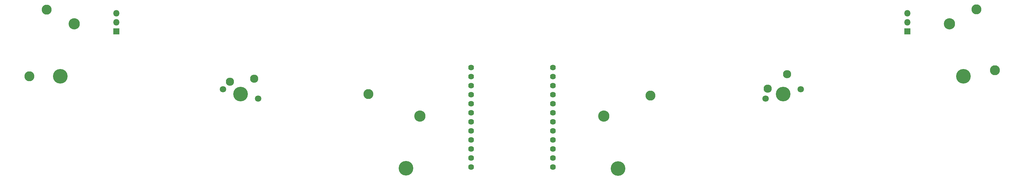
<source format=gbr>
%TF.GenerationSoftware,KiCad,Pcbnew,(5.1.6)-1*%
%TF.CreationDate,2020-12-26T21:50:01+02:00*%
%TF.ProjectId,cubetimer,63756265-7469-46d6-9572-2e6b69636164,rev?*%
%TF.SameCoordinates,Original*%
%TF.FileFunction,Soldermask,Bot*%
%TF.FilePolarity,Negative*%
%FSLAX46Y46*%
G04 Gerber Fmt 4.6, Leading zero omitted, Abs format (unit mm)*
G04 Created by KiCad (PCBNEW (5.1.6)-1) date 2020-12-26 21:50:01*
%MOMM*%
%LPD*%
G01*
G04 APERTURE LIST*
%ADD10C,1.624000*%
%ADD11C,2.800000*%
%ADD12C,3.150000*%
%ADD13C,4.100000*%
%ADD14C,1.800000*%
%ADD15C,2.300000*%
%ADD16R,1.800000X1.800000*%
%ADD17O,1.800000X1.800000*%
G04 APERTURE END LIST*
D10*
%TO.C,U1*%
X160230000Y-107050000D03*
X160230000Y-104510000D03*
X160230000Y-101970000D03*
X160230000Y-99430000D03*
X160230000Y-96890000D03*
X160230000Y-94350000D03*
X160230000Y-91810000D03*
X160230000Y-89270000D03*
X160230000Y-86730000D03*
X160230000Y-84190000D03*
X160230000Y-81650000D03*
X160230000Y-79110000D03*
X137370000Y-107050000D03*
X137370000Y-104510000D03*
X137370000Y-101970000D03*
X137370000Y-99430000D03*
X137370000Y-96890000D03*
X137370000Y-94350000D03*
X137370000Y-91810000D03*
X137370000Y-89270000D03*
X137370000Y-86730000D03*
X137370000Y-84190000D03*
X137370000Y-81650000D03*
X137370000Y-79110000D03*
%TD*%
D11*
%TO.C,H8*%
X283700000Y-79900000D03*
%TD*%
%TO.C,H7*%
X278600000Y-62800000D03*
%TD*%
%TO.C,H6*%
X187500000Y-87000000D03*
%TD*%
%TO.C,H4*%
X108600000Y-86600000D03*
%TD*%
%TO.C,H2*%
X13900000Y-81600000D03*
%TD*%
%TO.C,H1*%
X18700000Y-62900000D03*
%TD*%
D12*
%TO.C,SW1*%
X123039772Y-92728974D03*
X26447190Y-66847070D03*
D13*
X22502787Y-81567779D03*
X119095370Y-107449684D03*
D14*
X77838651Y-87864304D03*
X68024844Y-85234702D03*
D13*
X72931748Y-86549503D03*
D15*
X69908971Y-83109951D03*
X76700000Y-82300000D03*
%TD*%
%TO.C,SW2*%
X225670000Y-81000000D03*
X220193771Y-85096953D03*
D13*
X224531349Y-86564304D03*
D14*
X219624446Y-87879104D03*
X229438252Y-85249503D03*
D13*
X274960309Y-81582580D03*
X178367727Y-107464485D03*
D12*
X174423325Y-92743775D03*
X271015907Y-66861871D03*
%TD*%
D16*
%TO.C,J1*%
X38200000Y-69000000D03*
D17*
X38200000Y-66460000D03*
X38200000Y-63920000D03*
%TD*%
%TO.C,J2*%
X259300000Y-63920000D03*
X259300000Y-66460000D03*
D16*
X259300000Y-69000000D03*
%TD*%
M02*

</source>
